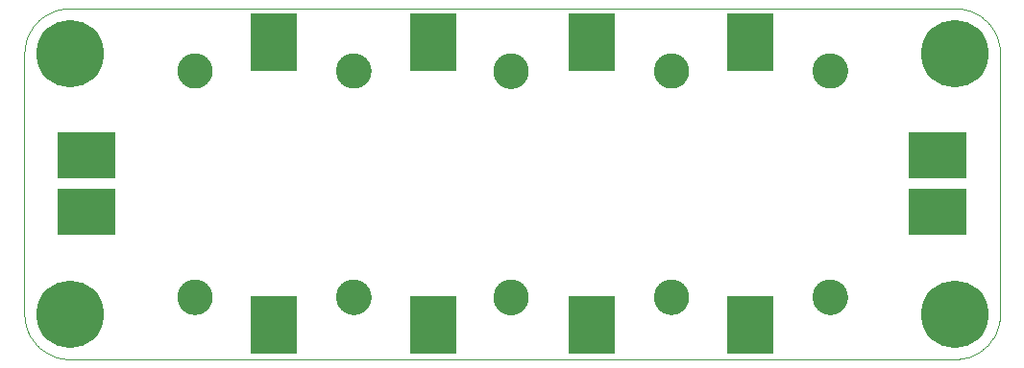
<source format=gbs>
G75*
%MOIN*%
%OFA0B0*%
%FSLAX25Y25*%
%IPPOS*%
%LPD*%
%AMOC8*
5,1,8,0,0,1.08239X$1,22.5*
%
%ADD10C,0.00000*%
%ADD11C,0.12211*%
%ADD12C,0.23400*%
%ADD13R,0.16148X0.20085*%
%ADD14R,0.20085X0.16148*%
D10*
X0024622Y0008874D02*
X0331709Y0008874D01*
X0332090Y0008879D01*
X0332470Y0008892D01*
X0332850Y0008915D01*
X0333229Y0008948D01*
X0333607Y0008989D01*
X0333984Y0009039D01*
X0334360Y0009099D01*
X0334735Y0009167D01*
X0335107Y0009245D01*
X0335478Y0009332D01*
X0335846Y0009427D01*
X0336212Y0009532D01*
X0336575Y0009645D01*
X0336936Y0009767D01*
X0337293Y0009897D01*
X0337647Y0010037D01*
X0337998Y0010184D01*
X0338345Y0010341D01*
X0338688Y0010505D01*
X0339027Y0010678D01*
X0339362Y0010859D01*
X0339693Y0011048D01*
X0340018Y0011245D01*
X0340339Y0011449D01*
X0340655Y0011662D01*
X0340965Y0011882D01*
X0341271Y0012109D01*
X0341570Y0012344D01*
X0341864Y0012586D01*
X0342152Y0012834D01*
X0342434Y0013090D01*
X0342709Y0013353D01*
X0342978Y0013622D01*
X0343241Y0013897D01*
X0343497Y0014179D01*
X0343745Y0014467D01*
X0343987Y0014761D01*
X0344222Y0015060D01*
X0344449Y0015366D01*
X0344669Y0015676D01*
X0344882Y0015992D01*
X0345086Y0016313D01*
X0345283Y0016638D01*
X0345472Y0016969D01*
X0345653Y0017304D01*
X0345826Y0017643D01*
X0345990Y0017986D01*
X0346147Y0018333D01*
X0346294Y0018684D01*
X0346434Y0019038D01*
X0346564Y0019395D01*
X0346686Y0019756D01*
X0346799Y0020119D01*
X0346904Y0020485D01*
X0346999Y0020853D01*
X0347086Y0021224D01*
X0347164Y0021596D01*
X0347232Y0021971D01*
X0347292Y0022347D01*
X0347342Y0022724D01*
X0347383Y0023102D01*
X0347416Y0023481D01*
X0347439Y0023861D01*
X0347452Y0024241D01*
X0347457Y0024622D01*
X0347457Y0115173D01*
X0347452Y0115554D01*
X0347439Y0115934D01*
X0347416Y0116314D01*
X0347383Y0116693D01*
X0347342Y0117071D01*
X0347292Y0117448D01*
X0347232Y0117824D01*
X0347164Y0118199D01*
X0347086Y0118571D01*
X0346999Y0118942D01*
X0346904Y0119310D01*
X0346799Y0119676D01*
X0346686Y0120039D01*
X0346564Y0120400D01*
X0346434Y0120757D01*
X0346294Y0121111D01*
X0346147Y0121462D01*
X0345990Y0121809D01*
X0345826Y0122152D01*
X0345653Y0122491D01*
X0345472Y0122826D01*
X0345283Y0123157D01*
X0345086Y0123482D01*
X0344882Y0123803D01*
X0344669Y0124119D01*
X0344449Y0124429D01*
X0344222Y0124735D01*
X0343987Y0125034D01*
X0343745Y0125328D01*
X0343497Y0125616D01*
X0343241Y0125898D01*
X0342978Y0126173D01*
X0342709Y0126442D01*
X0342434Y0126705D01*
X0342152Y0126961D01*
X0341864Y0127209D01*
X0341570Y0127451D01*
X0341271Y0127686D01*
X0340965Y0127913D01*
X0340655Y0128133D01*
X0340339Y0128346D01*
X0340018Y0128550D01*
X0339693Y0128747D01*
X0339362Y0128936D01*
X0339027Y0129117D01*
X0338688Y0129290D01*
X0338345Y0129454D01*
X0337998Y0129611D01*
X0337647Y0129758D01*
X0337293Y0129898D01*
X0336936Y0130028D01*
X0336575Y0130150D01*
X0336212Y0130263D01*
X0335846Y0130368D01*
X0335478Y0130463D01*
X0335107Y0130550D01*
X0334735Y0130628D01*
X0334360Y0130696D01*
X0333984Y0130756D01*
X0333607Y0130806D01*
X0333229Y0130847D01*
X0332850Y0130880D01*
X0332470Y0130903D01*
X0332090Y0130916D01*
X0331709Y0130921D01*
X0024622Y0130921D01*
X0024241Y0130916D01*
X0023861Y0130903D01*
X0023481Y0130880D01*
X0023102Y0130847D01*
X0022724Y0130806D01*
X0022347Y0130756D01*
X0021971Y0130696D01*
X0021596Y0130628D01*
X0021224Y0130550D01*
X0020853Y0130463D01*
X0020485Y0130368D01*
X0020119Y0130263D01*
X0019756Y0130150D01*
X0019395Y0130028D01*
X0019038Y0129898D01*
X0018684Y0129758D01*
X0018333Y0129611D01*
X0017986Y0129454D01*
X0017643Y0129290D01*
X0017304Y0129117D01*
X0016969Y0128936D01*
X0016638Y0128747D01*
X0016313Y0128550D01*
X0015992Y0128346D01*
X0015676Y0128133D01*
X0015366Y0127913D01*
X0015060Y0127686D01*
X0014761Y0127451D01*
X0014467Y0127209D01*
X0014179Y0126961D01*
X0013897Y0126705D01*
X0013622Y0126442D01*
X0013353Y0126173D01*
X0013090Y0125898D01*
X0012834Y0125616D01*
X0012586Y0125328D01*
X0012344Y0125034D01*
X0012109Y0124735D01*
X0011882Y0124429D01*
X0011662Y0124119D01*
X0011449Y0123803D01*
X0011245Y0123482D01*
X0011048Y0123157D01*
X0010859Y0122826D01*
X0010678Y0122491D01*
X0010505Y0122152D01*
X0010341Y0121809D01*
X0010184Y0121462D01*
X0010037Y0121111D01*
X0009897Y0120757D01*
X0009767Y0120400D01*
X0009645Y0120039D01*
X0009532Y0119676D01*
X0009427Y0119310D01*
X0009332Y0118942D01*
X0009245Y0118571D01*
X0009167Y0118199D01*
X0009099Y0117824D01*
X0009039Y0117448D01*
X0008989Y0117071D01*
X0008948Y0116693D01*
X0008915Y0116314D01*
X0008892Y0115934D01*
X0008879Y0115554D01*
X0008874Y0115173D01*
X0008874Y0024622D01*
X0008879Y0024241D01*
X0008892Y0023861D01*
X0008915Y0023481D01*
X0008948Y0023102D01*
X0008989Y0022724D01*
X0009039Y0022347D01*
X0009099Y0021971D01*
X0009167Y0021596D01*
X0009245Y0021224D01*
X0009332Y0020853D01*
X0009427Y0020485D01*
X0009532Y0020119D01*
X0009645Y0019756D01*
X0009767Y0019395D01*
X0009897Y0019038D01*
X0010037Y0018684D01*
X0010184Y0018333D01*
X0010341Y0017986D01*
X0010505Y0017643D01*
X0010678Y0017304D01*
X0010859Y0016969D01*
X0011048Y0016638D01*
X0011245Y0016313D01*
X0011449Y0015992D01*
X0011662Y0015676D01*
X0011882Y0015366D01*
X0012109Y0015060D01*
X0012344Y0014761D01*
X0012586Y0014467D01*
X0012834Y0014179D01*
X0013090Y0013897D01*
X0013353Y0013622D01*
X0013622Y0013353D01*
X0013897Y0013090D01*
X0014179Y0012834D01*
X0014467Y0012586D01*
X0014761Y0012344D01*
X0015060Y0012109D01*
X0015366Y0011882D01*
X0015676Y0011662D01*
X0015992Y0011449D01*
X0016313Y0011245D01*
X0016638Y0011048D01*
X0016969Y0010859D01*
X0017304Y0010678D01*
X0017643Y0010505D01*
X0017986Y0010341D01*
X0018333Y0010184D01*
X0018684Y0010037D01*
X0019038Y0009897D01*
X0019395Y0009767D01*
X0019756Y0009645D01*
X0020119Y0009532D01*
X0020485Y0009427D01*
X0020853Y0009332D01*
X0021224Y0009245D01*
X0021596Y0009167D01*
X0021971Y0009099D01*
X0022347Y0009039D01*
X0022724Y0008989D01*
X0023102Y0008948D01*
X0023481Y0008915D01*
X0023861Y0008892D01*
X0024241Y0008879D01*
X0024622Y0008874D01*
X0062023Y0030528D02*
X0062025Y0030681D01*
X0062031Y0030835D01*
X0062041Y0030988D01*
X0062055Y0031140D01*
X0062073Y0031293D01*
X0062095Y0031444D01*
X0062120Y0031595D01*
X0062150Y0031746D01*
X0062184Y0031896D01*
X0062221Y0032044D01*
X0062262Y0032192D01*
X0062307Y0032338D01*
X0062356Y0032484D01*
X0062409Y0032628D01*
X0062465Y0032770D01*
X0062525Y0032911D01*
X0062589Y0033051D01*
X0062656Y0033189D01*
X0062727Y0033325D01*
X0062802Y0033459D01*
X0062879Y0033591D01*
X0062961Y0033721D01*
X0063045Y0033849D01*
X0063133Y0033975D01*
X0063224Y0034098D01*
X0063318Y0034219D01*
X0063416Y0034337D01*
X0063516Y0034453D01*
X0063620Y0034566D01*
X0063726Y0034677D01*
X0063835Y0034785D01*
X0063947Y0034890D01*
X0064061Y0034991D01*
X0064179Y0035090D01*
X0064298Y0035186D01*
X0064420Y0035279D01*
X0064545Y0035368D01*
X0064672Y0035455D01*
X0064801Y0035537D01*
X0064932Y0035617D01*
X0065065Y0035693D01*
X0065200Y0035766D01*
X0065337Y0035835D01*
X0065476Y0035900D01*
X0065616Y0035962D01*
X0065758Y0036020D01*
X0065901Y0036075D01*
X0066046Y0036126D01*
X0066192Y0036173D01*
X0066339Y0036216D01*
X0066487Y0036255D01*
X0066636Y0036291D01*
X0066786Y0036322D01*
X0066937Y0036350D01*
X0067088Y0036374D01*
X0067241Y0036394D01*
X0067393Y0036410D01*
X0067546Y0036422D01*
X0067699Y0036430D01*
X0067852Y0036434D01*
X0068006Y0036434D01*
X0068159Y0036430D01*
X0068312Y0036422D01*
X0068465Y0036410D01*
X0068617Y0036394D01*
X0068770Y0036374D01*
X0068921Y0036350D01*
X0069072Y0036322D01*
X0069222Y0036291D01*
X0069371Y0036255D01*
X0069519Y0036216D01*
X0069666Y0036173D01*
X0069812Y0036126D01*
X0069957Y0036075D01*
X0070100Y0036020D01*
X0070242Y0035962D01*
X0070382Y0035900D01*
X0070521Y0035835D01*
X0070658Y0035766D01*
X0070793Y0035693D01*
X0070926Y0035617D01*
X0071057Y0035537D01*
X0071186Y0035455D01*
X0071313Y0035368D01*
X0071438Y0035279D01*
X0071560Y0035186D01*
X0071679Y0035090D01*
X0071797Y0034991D01*
X0071911Y0034890D01*
X0072023Y0034785D01*
X0072132Y0034677D01*
X0072238Y0034566D01*
X0072342Y0034453D01*
X0072442Y0034337D01*
X0072540Y0034219D01*
X0072634Y0034098D01*
X0072725Y0033975D01*
X0072813Y0033849D01*
X0072897Y0033721D01*
X0072979Y0033591D01*
X0073056Y0033459D01*
X0073131Y0033325D01*
X0073202Y0033189D01*
X0073269Y0033051D01*
X0073333Y0032911D01*
X0073393Y0032770D01*
X0073449Y0032628D01*
X0073502Y0032484D01*
X0073551Y0032338D01*
X0073596Y0032192D01*
X0073637Y0032044D01*
X0073674Y0031896D01*
X0073708Y0031746D01*
X0073738Y0031595D01*
X0073763Y0031444D01*
X0073785Y0031293D01*
X0073803Y0031140D01*
X0073817Y0030988D01*
X0073827Y0030835D01*
X0073833Y0030681D01*
X0073835Y0030528D01*
X0073833Y0030375D01*
X0073827Y0030221D01*
X0073817Y0030068D01*
X0073803Y0029916D01*
X0073785Y0029763D01*
X0073763Y0029612D01*
X0073738Y0029461D01*
X0073708Y0029310D01*
X0073674Y0029160D01*
X0073637Y0029012D01*
X0073596Y0028864D01*
X0073551Y0028718D01*
X0073502Y0028572D01*
X0073449Y0028428D01*
X0073393Y0028286D01*
X0073333Y0028145D01*
X0073269Y0028005D01*
X0073202Y0027867D01*
X0073131Y0027731D01*
X0073056Y0027597D01*
X0072979Y0027465D01*
X0072897Y0027335D01*
X0072813Y0027207D01*
X0072725Y0027081D01*
X0072634Y0026958D01*
X0072540Y0026837D01*
X0072442Y0026719D01*
X0072342Y0026603D01*
X0072238Y0026490D01*
X0072132Y0026379D01*
X0072023Y0026271D01*
X0071911Y0026166D01*
X0071797Y0026065D01*
X0071679Y0025966D01*
X0071560Y0025870D01*
X0071438Y0025777D01*
X0071313Y0025688D01*
X0071186Y0025601D01*
X0071057Y0025519D01*
X0070926Y0025439D01*
X0070793Y0025363D01*
X0070658Y0025290D01*
X0070521Y0025221D01*
X0070382Y0025156D01*
X0070242Y0025094D01*
X0070100Y0025036D01*
X0069957Y0024981D01*
X0069812Y0024930D01*
X0069666Y0024883D01*
X0069519Y0024840D01*
X0069371Y0024801D01*
X0069222Y0024765D01*
X0069072Y0024734D01*
X0068921Y0024706D01*
X0068770Y0024682D01*
X0068617Y0024662D01*
X0068465Y0024646D01*
X0068312Y0024634D01*
X0068159Y0024626D01*
X0068006Y0024622D01*
X0067852Y0024622D01*
X0067699Y0024626D01*
X0067546Y0024634D01*
X0067393Y0024646D01*
X0067241Y0024662D01*
X0067088Y0024682D01*
X0066937Y0024706D01*
X0066786Y0024734D01*
X0066636Y0024765D01*
X0066487Y0024801D01*
X0066339Y0024840D01*
X0066192Y0024883D01*
X0066046Y0024930D01*
X0065901Y0024981D01*
X0065758Y0025036D01*
X0065616Y0025094D01*
X0065476Y0025156D01*
X0065337Y0025221D01*
X0065200Y0025290D01*
X0065065Y0025363D01*
X0064932Y0025439D01*
X0064801Y0025519D01*
X0064672Y0025601D01*
X0064545Y0025688D01*
X0064420Y0025777D01*
X0064298Y0025870D01*
X0064179Y0025966D01*
X0064061Y0026065D01*
X0063947Y0026166D01*
X0063835Y0026271D01*
X0063726Y0026379D01*
X0063620Y0026490D01*
X0063516Y0026603D01*
X0063416Y0026719D01*
X0063318Y0026837D01*
X0063224Y0026958D01*
X0063133Y0027081D01*
X0063045Y0027207D01*
X0062961Y0027335D01*
X0062879Y0027465D01*
X0062802Y0027597D01*
X0062727Y0027731D01*
X0062656Y0027867D01*
X0062589Y0028005D01*
X0062525Y0028145D01*
X0062465Y0028286D01*
X0062409Y0028428D01*
X0062356Y0028572D01*
X0062307Y0028718D01*
X0062262Y0028864D01*
X0062221Y0029012D01*
X0062184Y0029160D01*
X0062150Y0029310D01*
X0062120Y0029461D01*
X0062095Y0029612D01*
X0062073Y0029763D01*
X0062055Y0029916D01*
X0062041Y0030068D01*
X0062031Y0030221D01*
X0062025Y0030375D01*
X0062023Y0030528D01*
X0117141Y0030528D02*
X0117143Y0030681D01*
X0117149Y0030835D01*
X0117159Y0030988D01*
X0117173Y0031140D01*
X0117191Y0031293D01*
X0117213Y0031444D01*
X0117238Y0031595D01*
X0117268Y0031746D01*
X0117302Y0031896D01*
X0117339Y0032044D01*
X0117380Y0032192D01*
X0117425Y0032338D01*
X0117474Y0032484D01*
X0117527Y0032628D01*
X0117583Y0032770D01*
X0117643Y0032911D01*
X0117707Y0033051D01*
X0117774Y0033189D01*
X0117845Y0033325D01*
X0117920Y0033459D01*
X0117997Y0033591D01*
X0118079Y0033721D01*
X0118163Y0033849D01*
X0118251Y0033975D01*
X0118342Y0034098D01*
X0118436Y0034219D01*
X0118534Y0034337D01*
X0118634Y0034453D01*
X0118738Y0034566D01*
X0118844Y0034677D01*
X0118953Y0034785D01*
X0119065Y0034890D01*
X0119179Y0034991D01*
X0119297Y0035090D01*
X0119416Y0035186D01*
X0119538Y0035279D01*
X0119663Y0035368D01*
X0119790Y0035455D01*
X0119919Y0035537D01*
X0120050Y0035617D01*
X0120183Y0035693D01*
X0120318Y0035766D01*
X0120455Y0035835D01*
X0120594Y0035900D01*
X0120734Y0035962D01*
X0120876Y0036020D01*
X0121019Y0036075D01*
X0121164Y0036126D01*
X0121310Y0036173D01*
X0121457Y0036216D01*
X0121605Y0036255D01*
X0121754Y0036291D01*
X0121904Y0036322D01*
X0122055Y0036350D01*
X0122206Y0036374D01*
X0122359Y0036394D01*
X0122511Y0036410D01*
X0122664Y0036422D01*
X0122817Y0036430D01*
X0122970Y0036434D01*
X0123124Y0036434D01*
X0123277Y0036430D01*
X0123430Y0036422D01*
X0123583Y0036410D01*
X0123735Y0036394D01*
X0123888Y0036374D01*
X0124039Y0036350D01*
X0124190Y0036322D01*
X0124340Y0036291D01*
X0124489Y0036255D01*
X0124637Y0036216D01*
X0124784Y0036173D01*
X0124930Y0036126D01*
X0125075Y0036075D01*
X0125218Y0036020D01*
X0125360Y0035962D01*
X0125500Y0035900D01*
X0125639Y0035835D01*
X0125776Y0035766D01*
X0125911Y0035693D01*
X0126044Y0035617D01*
X0126175Y0035537D01*
X0126304Y0035455D01*
X0126431Y0035368D01*
X0126556Y0035279D01*
X0126678Y0035186D01*
X0126797Y0035090D01*
X0126915Y0034991D01*
X0127029Y0034890D01*
X0127141Y0034785D01*
X0127250Y0034677D01*
X0127356Y0034566D01*
X0127460Y0034453D01*
X0127560Y0034337D01*
X0127658Y0034219D01*
X0127752Y0034098D01*
X0127843Y0033975D01*
X0127931Y0033849D01*
X0128015Y0033721D01*
X0128097Y0033591D01*
X0128174Y0033459D01*
X0128249Y0033325D01*
X0128320Y0033189D01*
X0128387Y0033051D01*
X0128451Y0032911D01*
X0128511Y0032770D01*
X0128567Y0032628D01*
X0128620Y0032484D01*
X0128669Y0032338D01*
X0128714Y0032192D01*
X0128755Y0032044D01*
X0128792Y0031896D01*
X0128826Y0031746D01*
X0128856Y0031595D01*
X0128881Y0031444D01*
X0128903Y0031293D01*
X0128921Y0031140D01*
X0128935Y0030988D01*
X0128945Y0030835D01*
X0128951Y0030681D01*
X0128953Y0030528D01*
X0128951Y0030375D01*
X0128945Y0030221D01*
X0128935Y0030068D01*
X0128921Y0029916D01*
X0128903Y0029763D01*
X0128881Y0029612D01*
X0128856Y0029461D01*
X0128826Y0029310D01*
X0128792Y0029160D01*
X0128755Y0029012D01*
X0128714Y0028864D01*
X0128669Y0028718D01*
X0128620Y0028572D01*
X0128567Y0028428D01*
X0128511Y0028286D01*
X0128451Y0028145D01*
X0128387Y0028005D01*
X0128320Y0027867D01*
X0128249Y0027731D01*
X0128174Y0027597D01*
X0128097Y0027465D01*
X0128015Y0027335D01*
X0127931Y0027207D01*
X0127843Y0027081D01*
X0127752Y0026958D01*
X0127658Y0026837D01*
X0127560Y0026719D01*
X0127460Y0026603D01*
X0127356Y0026490D01*
X0127250Y0026379D01*
X0127141Y0026271D01*
X0127029Y0026166D01*
X0126915Y0026065D01*
X0126797Y0025966D01*
X0126678Y0025870D01*
X0126556Y0025777D01*
X0126431Y0025688D01*
X0126304Y0025601D01*
X0126175Y0025519D01*
X0126044Y0025439D01*
X0125911Y0025363D01*
X0125776Y0025290D01*
X0125639Y0025221D01*
X0125500Y0025156D01*
X0125360Y0025094D01*
X0125218Y0025036D01*
X0125075Y0024981D01*
X0124930Y0024930D01*
X0124784Y0024883D01*
X0124637Y0024840D01*
X0124489Y0024801D01*
X0124340Y0024765D01*
X0124190Y0024734D01*
X0124039Y0024706D01*
X0123888Y0024682D01*
X0123735Y0024662D01*
X0123583Y0024646D01*
X0123430Y0024634D01*
X0123277Y0024626D01*
X0123124Y0024622D01*
X0122970Y0024622D01*
X0122817Y0024626D01*
X0122664Y0024634D01*
X0122511Y0024646D01*
X0122359Y0024662D01*
X0122206Y0024682D01*
X0122055Y0024706D01*
X0121904Y0024734D01*
X0121754Y0024765D01*
X0121605Y0024801D01*
X0121457Y0024840D01*
X0121310Y0024883D01*
X0121164Y0024930D01*
X0121019Y0024981D01*
X0120876Y0025036D01*
X0120734Y0025094D01*
X0120594Y0025156D01*
X0120455Y0025221D01*
X0120318Y0025290D01*
X0120183Y0025363D01*
X0120050Y0025439D01*
X0119919Y0025519D01*
X0119790Y0025601D01*
X0119663Y0025688D01*
X0119538Y0025777D01*
X0119416Y0025870D01*
X0119297Y0025966D01*
X0119179Y0026065D01*
X0119065Y0026166D01*
X0118953Y0026271D01*
X0118844Y0026379D01*
X0118738Y0026490D01*
X0118634Y0026603D01*
X0118534Y0026719D01*
X0118436Y0026837D01*
X0118342Y0026958D01*
X0118251Y0027081D01*
X0118163Y0027207D01*
X0118079Y0027335D01*
X0117997Y0027465D01*
X0117920Y0027597D01*
X0117845Y0027731D01*
X0117774Y0027867D01*
X0117707Y0028005D01*
X0117643Y0028145D01*
X0117583Y0028286D01*
X0117527Y0028428D01*
X0117474Y0028572D01*
X0117425Y0028718D01*
X0117380Y0028864D01*
X0117339Y0029012D01*
X0117302Y0029160D01*
X0117268Y0029310D01*
X0117238Y0029461D01*
X0117213Y0029612D01*
X0117191Y0029763D01*
X0117173Y0029916D01*
X0117159Y0030068D01*
X0117149Y0030221D01*
X0117143Y0030375D01*
X0117141Y0030528D01*
X0171669Y0030409D02*
X0171671Y0030562D01*
X0171677Y0030716D01*
X0171687Y0030869D01*
X0171701Y0031021D01*
X0171719Y0031174D01*
X0171741Y0031325D01*
X0171766Y0031476D01*
X0171796Y0031627D01*
X0171830Y0031777D01*
X0171867Y0031925D01*
X0171908Y0032073D01*
X0171953Y0032219D01*
X0172002Y0032365D01*
X0172055Y0032509D01*
X0172111Y0032651D01*
X0172171Y0032792D01*
X0172235Y0032932D01*
X0172302Y0033070D01*
X0172373Y0033206D01*
X0172448Y0033340D01*
X0172525Y0033472D01*
X0172607Y0033602D01*
X0172691Y0033730D01*
X0172779Y0033856D01*
X0172870Y0033979D01*
X0172964Y0034100D01*
X0173062Y0034218D01*
X0173162Y0034334D01*
X0173266Y0034447D01*
X0173372Y0034558D01*
X0173481Y0034666D01*
X0173593Y0034771D01*
X0173707Y0034872D01*
X0173825Y0034971D01*
X0173944Y0035067D01*
X0174066Y0035160D01*
X0174191Y0035249D01*
X0174318Y0035336D01*
X0174447Y0035418D01*
X0174578Y0035498D01*
X0174711Y0035574D01*
X0174846Y0035647D01*
X0174983Y0035716D01*
X0175122Y0035781D01*
X0175262Y0035843D01*
X0175404Y0035901D01*
X0175547Y0035956D01*
X0175692Y0036007D01*
X0175838Y0036054D01*
X0175985Y0036097D01*
X0176133Y0036136D01*
X0176282Y0036172D01*
X0176432Y0036203D01*
X0176583Y0036231D01*
X0176734Y0036255D01*
X0176887Y0036275D01*
X0177039Y0036291D01*
X0177192Y0036303D01*
X0177345Y0036311D01*
X0177498Y0036315D01*
X0177652Y0036315D01*
X0177805Y0036311D01*
X0177958Y0036303D01*
X0178111Y0036291D01*
X0178263Y0036275D01*
X0178416Y0036255D01*
X0178567Y0036231D01*
X0178718Y0036203D01*
X0178868Y0036172D01*
X0179017Y0036136D01*
X0179165Y0036097D01*
X0179312Y0036054D01*
X0179458Y0036007D01*
X0179603Y0035956D01*
X0179746Y0035901D01*
X0179888Y0035843D01*
X0180028Y0035781D01*
X0180167Y0035716D01*
X0180304Y0035647D01*
X0180439Y0035574D01*
X0180572Y0035498D01*
X0180703Y0035418D01*
X0180832Y0035336D01*
X0180959Y0035249D01*
X0181084Y0035160D01*
X0181206Y0035067D01*
X0181325Y0034971D01*
X0181443Y0034872D01*
X0181557Y0034771D01*
X0181669Y0034666D01*
X0181778Y0034558D01*
X0181884Y0034447D01*
X0181988Y0034334D01*
X0182088Y0034218D01*
X0182186Y0034100D01*
X0182280Y0033979D01*
X0182371Y0033856D01*
X0182459Y0033730D01*
X0182543Y0033602D01*
X0182625Y0033472D01*
X0182702Y0033340D01*
X0182777Y0033206D01*
X0182848Y0033070D01*
X0182915Y0032932D01*
X0182979Y0032792D01*
X0183039Y0032651D01*
X0183095Y0032509D01*
X0183148Y0032365D01*
X0183197Y0032219D01*
X0183242Y0032073D01*
X0183283Y0031925D01*
X0183320Y0031777D01*
X0183354Y0031627D01*
X0183384Y0031476D01*
X0183409Y0031325D01*
X0183431Y0031174D01*
X0183449Y0031021D01*
X0183463Y0030869D01*
X0183473Y0030716D01*
X0183479Y0030562D01*
X0183481Y0030409D01*
X0183479Y0030256D01*
X0183473Y0030102D01*
X0183463Y0029949D01*
X0183449Y0029797D01*
X0183431Y0029644D01*
X0183409Y0029493D01*
X0183384Y0029342D01*
X0183354Y0029191D01*
X0183320Y0029041D01*
X0183283Y0028893D01*
X0183242Y0028745D01*
X0183197Y0028599D01*
X0183148Y0028453D01*
X0183095Y0028309D01*
X0183039Y0028167D01*
X0182979Y0028026D01*
X0182915Y0027886D01*
X0182848Y0027748D01*
X0182777Y0027612D01*
X0182702Y0027478D01*
X0182625Y0027346D01*
X0182543Y0027216D01*
X0182459Y0027088D01*
X0182371Y0026962D01*
X0182280Y0026839D01*
X0182186Y0026718D01*
X0182088Y0026600D01*
X0181988Y0026484D01*
X0181884Y0026371D01*
X0181778Y0026260D01*
X0181669Y0026152D01*
X0181557Y0026047D01*
X0181443Y0025946D01*
X0181325Y0025847D01*
X0181206Y0025751D01*
X0181084Y0025658D01*
X0180959Y0025569D01*
X0180832Y0025482D01*
X0180703Y0025400D01*
X0180572Y0025320D01*
X0180439Y0025244D01*
X0180304Y0025171D01*
X0180167Y0025102D01*
X0180028Y0025037D01*
X0179888Y0024975D01*
X0179746Y0024917D01*
X0179603Y0024862D01*
X0179458Y0024811D01*
X0179312Y0024764D01*
X0179165Y0024721D01*
X0179017Y0024682D01*
X0178868Y0024646D01*
X0178718Y0024615D01*
X0178567Y0024587D01*
X0178416Y0024563D01*
X0178263Y0024543D01*
X0178111Y0024527D01*
X0177958Y0024515D01*
X0177805Y0024507D01*
X0177652Y0024503D01*
X0177498Y0024503D01*
X0177345Y0024507D01*
X0177192Y0024515D01*
X0177039Y0024527D01*
X0176887Y0024543D01*
X0176734Y0024563D01*
X0176583Y0024587D01*
X0176432Y0024615D01*
X0176282Y0024646D01*
X0176133Y0024682D01*
X0175985Y0024721D01*
X0175838Y0024764D01*
X0175692Y0024811D01*
X0175547Y0024862D01*
X0175404Y0024917D01*
X0175262Y0024975D01*
X0175122Y0025037D01*
X0174983Y0025102D01*
X0174846Y0025171D01*
X0174711Y0025244D01*
X0174578Y0025320D01*
X0174447Y0025400D01*
X0174318Y0025482D01*
X0174191Y0025569D01*
X0174066Y0025658D01*
X0173944Y0025751D01*
X0173825Y0025847D01*
X0173707Y0025946D01*
X0173593Y0026047D01*
X0173481Y0026152D01*
X0173372Y0026260D01*
X0173266Y0026371D01*
X0173162Y0026484D01*
X0173062Y0026600D01*
X0172964Y0026718D01*
X0172870Y0026839D01*
X0172779Y0026962D01*
X0172691Y0027088D01*
X0172607Y0027216D01*
X0172525Y0027346D01*
X0172448Y0027478D01*
X0172373Y0027612D01*
X0172302Y0027748D01*
X0172235Y0027886D01*
X0172171Y0028026D01*
X0172111Y0028167D01*
X0172055Y0028309D01*
X0172002Y0028453D01*
X0171953Y0028599D01*
X0171908Y0028745D01*
X0171867Y0028893D01*
X0171830Y0029041D01*
X0171796Y0029191D01*
X0171766Y0029342D01*
X0171741Y0029493D01*
X0171719Y0029644D01*
X0171701Y0029797D01*
X0171687Y0029949D01*
X0171677Y0030102D01*
X0171671Y0030256D01*
X0171669Y0030409D01*
X0227377Y0030528D02*
X0227379Y0030681D01*
X0227385Y0030835D01*
X0227395Y0030988D01*
X0227409Y0031140D01*
X0227427Y0031293D01*
X0227449Y0031444D01*
X0227474Y0031595D01*
X0227504Y0031746D01*
X0227538Y0031896D01*
X0227575Y0032044D01*
X0227616Y0032192D01*
X0227661Y0032338D01*
X0227710Y0032484D01*
X0227763Y0032628D01*
X0227819Y0032770D01*
X0227879Y0032911D01*
X0227943Y0033051D01*
X0228010Y0033189D01*
X0228081Y0033325D01*
X0228156Y0033459D01*
X0228233Y0033591D01*
X0228315Y0033721D01*
X0228399Y0033849D01*
X0228487Y0033975D01*
X0228578Y0034098D01*
X0228672Y0034219D01*
X0228770Y0034337D01*
X0228870Y0034453D01*
X0228974Y0034566D01*
X0229080Y0034677D01*
X0229189Y0034785D01*
X0229301Y0034890D01*
X0229415Y0034991D01*
X0229533Y0035090D01*
X0229652Y0035186D01*
X0229774Y0035279D01*
X0229899Y0035368D01*
X0230026Y0035455D01*
X0230155Y0035537D01*
X0230286Y0035617D01*
X0230419Y0035693D01*
X0230554Y0035766D01*
X0230691Y0035835D01*
X0230830Y0035900D01*
X0230970Y0035962D01*
X0231112Y0036020D01*
X0231255Y0036075D01*
X0231400Y0036126D01*
X0231546Y0036173D01*
X0231693Y0036216D01*
X0231841Y0036255D01*
X0231990Y0036291D01*
X0232140Y0036322D01*
X0232291Y0036350D01*
X0232442Y0036374D01*
X0232595Y0036394D01*
X0232747Y0036410D01*
X0232900Y0036422D01*
X0233053Y0036430D01*
X0233206Y0036434D01*
X0233360Y0036434D01*
X0233513Y0036430D01*
X0233666Y0036422D01*
X0233819Y0036410D01*
X0233971Y0036394D01*
X0234124Y0036374D01*
X0234275Y0036350D01*
X0234426Y0036322D01*
X0234576Y0036291D01*
X0234725Y0036255D01*
X0234873Y0036216D01*
X0235020Y0036173D01*
X0235166Y0036126D01*
X0235311Y0036075D01*
X0235454Y0036020D01*
X0235596Y0035962D01*
X0235736Y0035900D01*
X0235875Y0035835D01*
X0236012Y0035766D01*
X0236147Y0035693D01*
X0236280Y0035617D01*
X0236411Y0035537D01*
X0236540Y0035455D01*
X0236667Y0035368D01*
X0236792Y0035279D01*
X0236914Y0035186D01*
X0237033Y0035090D01*
X0237151Y0034991D01*
X0237265Y0034890D01*
X0237377Y0034785D01*
X0237486Y0034677D01*
X0237592Y0034566D01*
X0237696Y0034453D01*
X0237796Y0034337D01*
X0237894Y0034219D01*
X0237988Y0034098D01*
X0238079Y0033975D01*
X0238167Y0033849D01*
X0238251Y0033721D01*
X0238333Y0033591D01*
X0238410Y0033459D01*
X0238485Y0033325D01*
X0238556Y0033189D01*
X0238623Y0033051D01*
X0238687Y0032911D01*
X0238747Y0032770D01*
X0238803Y0032628D01*
X0238856Y0032484D01*
X0238905Y0032338D01*
X0238950Y0032192D01*
X0238991Y0032044D01*
X0239028Y0031896D01*
X0239062Y0031746D01*
X0239092Y0031595D01*
X0239117Y0031444D01*
X0239139Y0031293D01*
X0239157Y0031140D01*
X0239171Y0030988D01*
X0239181Y0030835D01*
X0239187Y0030681D01*
X0239189Y0030528D01*
X0239187Y0030375D01*
X0239181Y0030221D01*
X0239171Y0030068D01*
X0239157Y0029916D01*
X0239139Y0029763D01*
X0239117Y0029612D01*
X0239092Y0029461D01*
X0239062Y0029310D01*
X0239028Y0029160D01*
X0238991Y0029012D01*
X0238950Y0028864D01*
X0238905Y0028718D01*
X0238856Y0028572D01*
X0238803Y0028428D01*
X0238747Y0028286D01*
X0238687Y0028145D01*
X0238623Y0028005D01*
X0238556Y0027867D01*
X0238485Y0027731D01*
X0238410Y0027597D01*
X0238333Y0027465D01*
X0238251Y0027335D01*
X0238167Y0027207D01*
X0238079Y0027081D01*
X0237988Y0026958D01*
X0237894Y0026837D01*
X0237796Y0026719D01*
X0237696Y0026603D01*
X0237592Y0026490D01*
X0237486Y0026379D01*
X0237377Y0026271D01*
X0237265Y0026166D01*
X0237151Y0026065D01*
X0237033Y0025966D01*
X0236914Y0025870D01*
X0236792Y0025777D01*
X0236667Y0025688D01*
X0236540Y0025601D01*
X0236411Y0025519D01*
X0236280Y0025439D01*
X0236147Y0025363D01*
X0236012Y0025290D01*
X0235875Y0025221D01*
X0235736Y0025156D01*
X0235596Y0025094D01*
X0235454Y0025036D01*
X0235311Y0024981D01*
X0235166Y0024930D01*
X0235020Y0024883D01*
X0234873Y0024840D01*
X0234725Y0024801D01*
X0234576Y0024765D01*
X0234426Y0024734D01*
X0234275Y0024706D01*
X0234124Y0024682D01*
X0233971Y0024662D01*
X0233819Y0024646D01*
X0233666Y0024634D01*
X0233513Y0024626D01*
X0233360Y0024622D01*
X0233206Y0024622D01*
X0233053Y0024626D01*
X0232900Y0024634D01*
X0232747Y0024646D01*
X0232595Y0024662D01*
X0232442Y0024682D01*
X0232291Y0024706D01*
X0232140Y0024734D01*
X0231990Y0024765D01*
X0231841Y0024801D01*
X0231693Y0024840D01*
X0231546Y0024883D01*
X0231400Y0024930D01*
X0231255Y0024981D01*
X0231112Y0025036D01*
X0230970Y0025094D01*
X0230830Y0025156D01*
X0230691Y0025221D01*
X0230554Y0025290D01*
X0230419Y0025363D01*
X0230286Y0025439D01*
X0230155Y0025519D01*
X0230026Y0025601D01*
X0229899Y0025688D01*
X0229774Y0025777D01*
X0229652Y0025870D01*
X0229533Y0025966D01*
X0229415Y0026065D01*
X0229301Y0026166D01*
X0229189Y0026271D01*
X0229080Y0026379D01*
X0228974Y0026490D01*
X0228870Y0026603D01*
X0228770Y0026719D01*
X0228672Y0026837D01*
X0228578Y0026958D01*
X0228487Y0027081D01*
X0228399Y0027207D01*
X0228315Y0027335D01*
X0228233Y0027465D01*
X0228156Y0027597D01*
X0228081Y0027731D01*
X0228010Y0027867D01*
X0227943Y0028005D01*
X0227879Y0028145D01*
X0227819Y0028286D01*
X0227763Y0028428D01*
X0227710Y0028572D01*
X0227661Y0028718D01*
X0227616Y0028864D01*
X0227575Y0029012D01*
X0227538Y0029160D01*
X0227504Y0029310D01*
X0227474Y0029461D01*
X0227449Y0029612D01*
X0227427Y0029763D01*
X0227409Y0029916D01*
X0227395Y0030068D01*
X0227385Y0030221D01*
X0227379Y0030375D01*
X0227377Y0030528D01*
X0282496Y0030528D02*
X0282498Y0030681D01*
X0282504Y0030835D01*
X0282514Y0030988D01*
X0282528Y0031140D01*
X0282546Y0031293D01*
X0282568Y0031444D01*
X0282593Y0031595D01*
X0282623Y0031746D01*
X0282657Y0031896D01*
X0282694Y0032044D01*
X0282735Y0032192D01*
X0282780Y0032338D01*
X0282829Y0032484D01*
X0282882Y0032628D01*
X0282938Y0032770D01*
X0282998Y0032911D01*
X0283062Y0033051D01*
X0283129Y0033189D01*
X0283200Y0033325D01*
X0283275Y0033459D01*
X0283352Y0033591D01*
X0283434Y0033721D01*
X0283518Y0033849D01*
X0283606Y0033975D01*
X0283697Y0034098D01*
X0283791Y0034219D01*
X0283889Y0034337D01*
X0283989Y0034453D01*
X0284093Y0034566D01*
X0284199Y0034677D01*
X0284308Y0034785D01*
X0284420Y0034890D01*
X0284534Y0034991D01*
X0284652Y0035090D01*
X0284771Y0035186D01*
X0284893Y0035279D01*
X0285018Y0035368D01*
X0285145Y0035455D01*
X0285274Y0035537D01*
X0285405Y0035617D01*
X0285538Y0035693D01*
X0285673Y0035766D01*
X0285810Y0035835D01*
X0285949Y0035900D01*
X0286089Y0035962D01*
X0286231Y0036020D01*
X0286374Y0036075D01*
X0286519Y0036126D01*
X0286665Y0036173D01*
X0286812Y0036216D01*
X0286960Y0036255D01*
X0287109Y0036291D01*
X0287259Y0036322D01*
X0287410Y0036350D01*
X0287561Y0036374D01*
X0287714Y0036394D01*
X0287866Y0036410D01*
X0288019Y0036422D01*
X0288172Y0036430D01*
X0288325Y0036434D01*
X0288479Y0036434D01*
X0288632Y0036430D01*
X0288785Y0036422D01*
X0288938Y0036410D01*
X0289090Y0036394D01*
X0289243Y0036374D01*
X0289394Y0036350D01*
X0289545Y0036322D01*
X0289695Y0036291D01*
X0289844Y0036255D01*
X0289992Y0036216D01*
X0290139Y0036173D01*
X0290285Y0036126D01*
X0290430Y0036075D01*
X0290573Y0036020D01*
X0290715Y0035962D01*
X0290855Y0035900D01*
X0290994Y0035835D01*
X0291131Y0035766D01*
X0291266Y0035693D01*
X0291399Y0035617D01*
X0291530Y0035537D01*
X0291659Y0035455D01*
X0291786Y0035368D01*
X0291911Y0035279D01*
X0292033Y0035186D01*
X0292152Y0035090D01*
X0292270Y0034991D01*
X0292384Y0034890D01*
X0292496Y0034785D01*
X0292605Y0034677D01*
X0292711Y0034566D01*
X0292815Y0034453D01*
X0292915Y0034337D01*
X0293013Y0034219D01*
X0293107Y0034098D01*
X0293198Y0033975D01*
X0293286Y0033849D01*
X0293370Y0033721D01*
X0293452Y0033591D01*
X0293529Y0033459D01*
X0293604Y0033325D01*
X0293675Y0033189D01*
X0293742Y0033051D01*
X0293806Y0032911D01*
X0293866Y0032770D01*
X0293922Y0032628D01*
X0293975Y0032484D01*
X0294024Y0032338D01*
X0294069Y0032192D01*
X0294110Y0032044D01*
X0294147Y0031896D01*
X0294181Y0031746D01*
X0294211Y0031595D01*
X0294236Y0031444D01*
X0294258Y0031293D01*
X0294276Y0031140D01*
X0294290Y0030988D01*
X0294300Y0030835D01*
X0294306Y0030681D01*
X0294308Y0030528D01*
X0294306Y0030375D01*
X0294300Y0030221D01*
X0294290Y0030068D01*
X0294276Y0029916D01*
X0294258Y0029763D01*
X0294236Y0029612D01*
X0294211Y0029461D01*
X0294181Y0029310D01*
X0294147Y0029160D01*
X0294110Y0029012D01*
X0294069Y0028864D01*
X0294024Y0028718D01*
X0293975Y0028572D01*
X0293922Y0028428D01*
X0293866Y0028286D01*
X0293806Y0028145D01*
X0293742Y0028005D01*
X0293675Y0027867D01*
X0293604Y0027731D01*
X0293529Y0027597D01*
X0293452Y0027465D01*
X0293370Y0027335D01*
X0293286Y0027207D01*
X0293198Y0027081D01*
X0293107Y0026958D01*
X0293013Y0026837D01*
X0292915Y0026719D01*
X0292815Y0026603D01*
X0292711Y0026490D01*
X0292605Y0026379D01*
X0292496Y0026271D01*
X0292384Y0026166D01*
X0292270Y0026065D01*
X0292152Y0025966D01*
X0292033Y0025870D01*
X0291911Y0025777D01*
X0291786Y0025688D01*
X0291659Y0025601D01*
X0291530Y0025519D01*
X0291399Y0025439D01*
X0291266Y0025363D01*
X0291131Y0025290D01*
X0290994Y0025221D01*
X0290855Y0025156D01*
X0290715Y0025094D01*
X0290573Y0025036D01*
X0290430Y0024981D01*
X0290285Y0024930D01*
X0290139Y0024883D01*
X0289992Y0024840D01*
X0289844Y0024801D01*
X0289695Y0024765D01*
X0289545Y0024734D01*
X0289394Y0024706D01*
X0289243Y0024682D01*
X0289090Y0024662D01*
X0288938Y0024646D01*
X0288785Y0024634D01*
X0288632Y0024626D01*
X0288479Y0024622D01*
X0288325Y0024622D01*
X0288172Y0024626D01*
X0288019Y0024634D01*
X0287866Y0024646D01*
X0287714Y0024662D01*
X0287561Y0024682D01*
X0287410Y0024706D01*
X0287259Y0024734D01*
X0287109Y0024765D01*
X0286960Y0024801D01*
X0286812Y0024840D01*
X0286665Y0024883D01*
X0286519Y0024930D01*
X0286374Y0024981D01*
X0286231Y0025036D01*
X0286089Y0025094D01*
X0285949Y0025156D01*
X0285810Y0025221D01*
X0285673Y0025290D01*
X0285538Y0025363D01*
X0285405Y0025439D01*
X0285274Y0025519D01*
X0285145Y0025601D01*
X0285018Y0025688D01*
X0284893Y0025777D01*
X0284771Y0025870D01*
X0284652Y0025966D01*
X0284534Y0026065D01*
X0284420Y0026166D01*
X0284308Y0026271D01*
X0284199Y0026379D01*
X0284093Y0026490D01*
X0283989Y0026603D01*
X0283889Y0026719D01*
X0283791Y0026837D01*
X0283697Y0026958D01*
X0283606Y0027081D01*
X0283518Y0027207D01*
X0283434Y0027335D01*
X0283352Y0027465D01*
X0283275Y0027597D01*
X0283200Y0027731D01*
X0283129Y0027867D01*
X0283062Y0028005D01*
X0282998Y0028145D01*
X0282938Y0028286D01*
X0282882Y0028428D01*
X0282829Y0028572D01*
X0282780Y0028718D01*
X0282735Y0028864D01*
X0282694Y0029012D01*
X0282657Y0029160D01*
X0282623Y0029310D01*
X0282593Y0029461D01*
X0282568Y0029612D01*
X0282546Y0029763D01*
X0282528Y0029916D01*
X0282514Y0030068D01*
X0282504Y0030221D01*
X0282498Y0030375D01*
X0282496Y0030528D01*
X0282496Y0109268D02*
X0282498Y0109421D01*
X0282504Y0109575D01*
X0282514Y0109728D01*
X0282528Y0109880D01*
X0282546Y0110033D01*
X0282568Y0110184D01*
X0282593Y0110335D01*
X0282623Y0110486D01*
X0282657Y0110636D01*
X0282694Y0110784D01*
X0282735Y0110932D01*
X0282780Y0111078D01*
X0282829Y0111224D01*
X0282882Y0111368D01*
X0282938Y0111510D01*
X0282998Y0111651D01*
X0283062Y0111791D01*
X0283129Y0111929D01*
X0283200Y0112065D01*
X0283275Y0112199D01*
X0283352Y0112331D01*
X0283434Y0112461D01*
X0283518Y0112589D01*
X0283606Y0112715D01*
X0283697Y0112838D01*
X0283791Y0112959D01*
X0283889Y0113077D01*
X0283989Y0113193D01*
X0284093Y0113306D01*
X0284199Y0113417D01*
X0284308Y0113525D01*
X0284420Y0113630D01*
X0284534Y0113731D01*
X0284652Y0113830D01*
X0284771Y0113926D01*
X0284893Y0114019D01*
X0285018Y0114108D01*
X0285145Y0114195D01*
X0285274Y0114277D01*
X0285405Y0114357D01*
X0285538Y0114433D01*
X0285673Y0114506D01*
X0285810Y0114575D01*
X0285949Y0114640D01*
X0286089Y0114702D01*
X0286231Y0114760D01*
X0286374Y0114815D01*
X0286519Y0114866D01*
X0286665Y0114913D01*
X0286812Y0114956D01*
X0286960Y0114995D01*
X0287109Y0115031D01*
X0287259Y0115062D01*
X0287410Y0115090D01*
X0287561Y0115114D01*
X0287714Y0115134D01*
X0287866Y0115150D01*
X0288019Y0115162D01*
X0288172Y0115170D01*
X0288325Y0115174D01*
X0288479Y0115174D01*
X0288632Y0115170D01*
X0288785Y0115162D01*
X0288938Y0115150D01*
X0289090Y0115134D01*
X0289243Y0115114D01*
X0289394Y0115090D01*
X0289545Y0115062D01*
X0289695Y0115031D01*
X0289844Y0114995D01*
X0289992Y0114956D01*
X0290139Y0114913D01*
X0290285Y0114866D01*
X0290430Y0114815D01*
X0290573Y0114760D01*
X0290715Y0114702D01*
X0290855Y0114640D01*
X0290994Y0114575D01*
X0291131Y0114506D01*
X0291266Y0114433D01*
X0291399Y0114357D01*
X0291530Y0114277D01*
X0291659Y0114195D01*
X0291786Y0114108D01*
X0291911Y0114019D01*
X0292033Y0113926D01*
X0292152Y0113830D01*
X0292270Y0113731D01*
X0292384Y0113630D01*
X0292496Y0113525D01*
X0292605Y0113417D01*
X0292711Y0113306D01*
X0292815Y0113193D01*
X0292915Y0113077D01*
X0293013Y0112959D01*
X0293107Y0112838D01*
X0293198Y0112715D01*
X0293286Y0112589D01*
X0293370Y0112461D01*
X0293452Y0112331D01*
X0293529Y0112199D01*
X0293604Y0112065D01*
X0293675Y0111929D01*
X0293742Y0111791D01*
X0293806Y0111651D01*
X0293866Y0111510D01*
X0293922Y0111368D01*
X0293975Y0111224D01*
X0294024Y0111078D01*
X0294069Y0110932D01*
X0294110Y0110784D01*
X0294147Y0110636D01*
X0294181Y0110486D01*
X0294211Y0110335D01*
X0294236Y0110184D01*
X0294258Y0110033D01*
X0294276Y0109880D01*
X0294290Y0109728D01*
X0294300Y0109575D01*
X0294306Y0109421D01*
X0294308Y0109268D01*
X0294306Y0109115D01*
X0294300Y0108961D01*
X0294290Y0108808D01*
X0294276Y0108656D01*
X0294258Y0108503D01*
X0294236Y0108352D01*
X0294211Y0108201D01*
X0294181Y0108050D01*
X0294147Y0107900D01*
X0294110Y0107752D01*
X0294069Y0107604D01*
X0294024Y0107458D01*
X0293975Y0107312D01*
X0293922Y0107168D01*
X0293866Y0107026D01*
X0293806Y0106885D01*
X0293742Y0106745D01*
X0293675Y0106607D01*
X0293604Y0106471D01*
X0293529Y0106337D01*
X0293452Y0106205D01*
X0293370Y0106075D01*
X0293286Y0105947D01*
X0293198Y0105821D01*
X0293107Y0105698D01*
X0293013Y0105577D01*
X0292915Y0105459D01*
X0292815Y0105343D01*
X0292711Y0105230D01*
X0292605Y0105119D01*
X0292496Y0105011D01*
X0292384Y0104906D01*
X0292270Y0104805D01*
X0292152Y0104706D01*
X0292033Y0104610D01*
X0291911Y0104517D01*
X0291786Y0104428D01*
X0291659Y0104341D01*
X0291530Y0104259D01*
X0291399Y0104179D01*
X0291266Y0104103D01*
X0291131Y0104030D01*
X0290994Y0103961D01*
X0290855Y0103896D01*
X0290715Y0103834D01*
X0290573Y0103776D01*
X0290430Y0103721D01*
X0290285Y0103670D01*
X0290139Y0103623D01*
X0289992Y0103580D01*
X0289844Y0103541D01*
X0289695Y0103505D01*
X0289545Y0103474D01*
X0289394Y0103446D01*
X0289243Y0103422D01*
X0289090Y0103402D01*
X0288938Y0103386D01*
X0288785Y0103374D01*
X0288632Y0103366D01*
X0288479Y0103362D01*
X0288325Y0103362D01*
X0288172Y0103366D01*
X0288019Y0103374D01*
X0287866Y0103386D01*
X0287714Y0103402D01*
X0287561Y0103422D01*
X0287410Y0103446D01*
X0287259Y0103474D01*
X0287109Y0103505D01*
X0286960Y0103541D01*
X0286812Y0103580D01*
X0286665Y0103623D01*
X0286519Y0103670D01*
X0286374Y0103721D01*
X0286231Y0103776D01*
X0286089Y0103834D01*
X0285949Y0103896D01*
X0285810Y0103961D01*
X0285673Y0104030D01*
X0285538Y0104103D01*
X0285405Y0104179D01*
X0285274Y0104259D01*
X0285145Y0104341D01*
X0285018Y0104428D01*
X0284893Y0104517D01*
X0284771Y0104610D01*
X0284652Y0104706D01*
X0284534Y0104805D01*
X0284420Y0104906D01*
X0284308Y0105011D01*
X0284199Y0105119D01*
X0284093Y0105230D01*
X0283989Y0105343D01*
X0283889Y0105459D01*
X0283791Y0105577D01*
X0283697Y0105698D01*
X0283606Y0105821D01*
X0283518Y0105947D01*
X0283434Y0106075D01*
X0283352Y0106205D01*
X0283275Y0106337D01*
X0283200Y0106471D01*
X0283129Y0106607D01*
X0283062Y0106745D01*
X0282998Y0106885D01*
X0282938Y0107026D01*
X0282882Y0107168D01*
X0282829Y0107312D01*
X0282780Y0107458D01*
X0282735Y0107604D01*
X0282694Y0107752D01*
X0282657Y0107900D01*
X0282623Y0108050D01*
X0282593Y0108201D01*
X0282568Y0108352D01*
X0282546Y0108503D01*
X0282528Y0108656D01*
X0282514Y0108808D01*
X0282504Y0108961D01*
X0282498Y0109115D01*
X0282496Y0109268D01*
X0227377Y0109268D02*
X0227379Y0109421D01*
X0227385Y0109575D01*
X0227395Y0109728D01*
X0227409Y0109880D01*
X0227427Y0110033D01*
X0227449Y0110184D01*
X0227474Y0110335D01*
X0227504Y0110486D01*
X0227538Y0110636D01*
X0227575Y0110784D01*
X0227616Y0110932D01*
X0227661Y0111078D01*
X0227710Y0111224D01*
X0227763Y0111368D01*
X0227819Y0111510D01*
X0227879Y0111651D01*
X0227943Y0111791D01*
X0228010Y0111929D01*
X0228081Y0112065D01*
X0228156Y0112199D01*
X0228233Y0112331D01*
X0228315Y0112461D01*
X0228399Y0112589D01*
X0228487Y0112715D01*
X0228578Y0112838D01*
X0228672Y0112959D01*
X0228770Y0113077D01*
X0228870Y0113193D01*
X0228974Y0113306D01*
X0229080Y0113417D01*
X0229189Y0113525D01*
X0229301Y0113630D01*
X0229415Y0113731D01*
X0229533Y0113830D01*
X0229652Y0113926D01*
X0229774Y0114019D01*
X0229899Y0114108D01*
X0230026Y0114195D01*
X0230155Y0114277D01*
X0230286Y0114357D01*
X0230419Y0114433D01*
X0230554Y0114506D01*
X0230691Y0114575D01*
X0230830Y0114640D01*
X0230970Y0114702D01*
X0231112Y0114760D01*
X0231255Y0114815D01*
X0231400Y0114866D01*
X0231546Y0114913D01*
X0231693Y0114956D01*
X0231841Y0114995D01*
X0231990Y0115031D01*
X0232140Y0115062D01*
X0232291Y0115090D01*
X0232442Y0115114D01*
X0232595Y0115134D01*
X0232747Y0115150D01*
X0232900Y0115162D01*
X0233053Y0115170D01*
X0233206Y0115174D01*
X0233360Y0115174D01*
X0233513Y0115170D01*
X0233666Y0115162D01*
X0233819Y0115150D01*
X0233971Y0115134D01*
X0234124Y0115114D01*
X0234275Y0115090D01*
X0234426Y0115062D01*
X0234576Y0115031D01*
X0234725Y0114995D01*
X0234873Y0114956D01*
X0235020Y0114913D01*
X0235166Y0114866D01*
X0235311Y0114815D01*
X0235454Y0114760D01*
X0235596Y0114702D01*
X0235736Y0114640D01*
X0235875Y0114575D01*
X0236012Y0114506D01*
X0236147Y0114433D01*
X0236280Y0114357D01*
X0236411Y0114277D01*
X0236540Y0114195D01*
X0236667Y0114108D01*
X0236792Y0114019D01*
X0236914Y0113926D01*
X0237033Y0113830D01*
X0237151Y0113731D01*
X0237265Y0113630D01*
X0237377Y0113525D01*
X0237486Y0113417D01*
X0237592Y0113306D01*
X0237696Y0113193D01*
X0237796Y0113077D01*
X0237894Y0112959D01*
X0237988Y0112838D01*
X0238079Y0112715D01*
X0238167Y0112589D01*
X0238251Y0112461D01*
X0238333Y0112331D01*
X0238410Y0112199D01*
X0238485Y0112065D01*
X0238556Y0111929D01*
X0238623Y0111791D01*
X0238687Y0111651D01*
X0238747Y0111510D01*
X0238803Y0111368D01*
X0238856Y0111224D01*
X0238905Y0111078D01*
X0238950Y0110932D01*
X0238991Y0110784D01*
X0239028Y0110636D01*
X0239062Y0110486D01*
X0239092Y0110335D01*
X0239117Y0110184D01*
X0239139Y0110033D01*
X0239157Y0109880D01*
X0239171Y0109728D01*
X0239181Y0109575D01*
X0239187Y0109421D01*
X0239189Y0109268D01*
X0239187Y0109115D01*
X0239181Y0108961D01*
X0239171Y0108808D01*
X0239157Y0108656D01*
X0239139Y0108503D01*
X0239117Y0108352D01*
X0239092Y0108201D01*
X0239062Y0108050D01*
X0239028Y0107900D01*
X0238991Y0107752D01*
X0238950Y0107604D01*
X0238905Y0107458D01*
X0238856Y0107312D01*
X0238803Y0107168D01*
X0238747Y0107026D01*
X0238687Y0106885D01*
X0238623Y0106745D01*
X0238556Y0106607D01*
X0238485Y0106471D01*
X0238410Y0106337D01*
X0238333Y0106205D01*
X0238251Y0106075D01*
X0238167Y0105947D01*
X0238079Y0105821D01*
X0237988Y0105698D01*
X0237894Y0105577D01*
X0237796Y0105459D01*
X0237696Y0105343D01*
X0237592Y0105230D01*
X0237486Y0105119D01*
X0237377Y0105011D01*
X0237265Y0104906D01*
X0237151Y0104805D01*
X0237033Y0104706D01*
X0236914Y0104610D01*
X0236792Y0104517D01*
X0236667Y0104428D01*
X0236540Y0104341D01*
X0236411Y0104259D01*
X0236280Y0104179D01*
X0236147Y0104103D01*
X0236012Y0104030D01*
X0235875Y0103961D01*
X0235736Y0103896D01*
X0235596Y0103834D01*
X0235454Y0103776D01*
X0235311Y0103721D01*
X0235166Y0103670D01*
X0235020Y0103623D01*
X0234873Y0103580D01*
X0234725Y0103541D01*
X0234576Y0103505D01*
X0234426Y0103474D01*
X0234275Y0103446D01*
X0234124Y0103422D01*
X0233971Y0103402D01*
X0233819Y0103386D01*
X0233666Y0103374D01*
X0233513Y0103366D01*
X0233360Y0103362D01*
X0233206Y0103362D01*
X0233053Y0103366D01*
X0232900Y0103374D01*
X0232747Y0103386D01*
X0232595Y0103402D01*
X0232442Y0103422D01*
X0232291Y0103446D01*
X0232140Y0103474D01*
X0231990Y0103505D01*
X0231841Y0103541D01*
X0231693Y0103580D01*
X0231546Y0103623D01*
X0231400Y0103670D01*
X0231255Y0103721D01*
X0231112Y0103776D01*
X0230970Y0103834D01*
X0230830Y0103896D01*
X0230691Y0103961D01*
X0230554Y0104030D01*
X0230419Y0104103D01*
X0230286Y0104179D01*
X0230155Y0104259D01*
X0230026Y0104341D01*
X0229899Y0104428D01*
X0229774Y0104517D01*
X0229652Y0104610D01*
X0229533Y0104706D01*
X0229415Y0104805D01*
X0229301Y0104906D01*
X0229189Y0105011D01*
X0229080Y0105119D01*
X0228974Y0105230D01*
X0228870Y0105343D01*
X0228770Y0105459D01*
X0228672Y0105577D01*
X0228578Y0105698D01*
X0228487Y0105821D01*
X0228399Y0105947D01*
X0228315Y0106075D01*
X0228233Y0106205D01*
X0228156Y0106337D01*
X0228081Y0106471D01*
X0228010Y0106607D01*
X0227943Y0106745D01*
X0227879Y0106885D01*
X0227819Y0107026D01*
X0227763Y0107168D01*
X0227710Y0107312D01*
X0227661Y0107458D01*
X0227616Y0107604D01*
X0227575Y0107752D01*
X0227538Y0107900D01*
X0227504Y0108050D01*
X0227474Y0108201D01*
X0227449Y0108352D01*
X0227427Y0108503D01*
X0227409Y0108656D01*
X0227395Y0108808D01*
X0227385Y0108961D01*
X0227379Y0109115D01*
X0227377Y0109268D01*
X0171669Y0109150D02*
X0171671Y0109303D01*
X0171677Y0109457D01*
X0171687Y0109610D01*
X0171701Y0109762D01*
X0171719Y0109915D01*
X0171741Y0110066D01*
X0171766Y0110217D01*
X0171796Y0110368D01*
X0171830Y0110518D01*
X0171867Y0110666D01*
X0171908Y0110814D01*
X0171953Y0110960D01*
X0172002Y0111106D01*
X0172055Y0111250D01*
X0172111Y0111392D01*
X0172171Y0111533D01*
X0172235Y0111673D01*
X0172302Y0111811D01*
X0172373Y0111947D01*
X0172448Y0112081D01*
X0172525Y0112213D01*
X0172607Y0112343D01*
X0172691Y0112471D01*
X0172779Y0112597D01*
X0172870Y0112720D01*
X0172964Y0112841D01*
X0173062Y0112959D01*
X0173162Y0113075D01*
X0173266Y0113188D01*
X0173372Y0113299D01*
X0173481Y0113407D01*
X0173593Y0113512D01*
X0173707Y0113613D01*
X0173825Y0113712D01*
X0173944Y0113808D01*
X0174066Y0113901D01*
X0174191Y0113990D01*
X0174318Y0114077D01*
X0174447Y0114159D01*
X0174578Y0114239D01*
X0174711Y0114315D01*
X0174846Y0114388D01*
X0174983Y0114457D01*
X0175122Y0114522D01*
X0175262Y0114584D01*
X0175404Y0114642D01*
X0175547Y0114697D01*
X0175692Y0114748D01*
X0175838Y0114795D01*
X0175985Y0114838D01*
X0176133Y0114877D01*
X0176282Y0114913D01*
X0176432Y0114944D01*
X0176583Y0114972D01*
X0176734Y0114996D01*
X0176887Y0115016D01*
X0177039Y0115032D01*
X0177192Y0115044D01*
X0177345Y0115052D01*
X0177498Y0115056D01*
X0177652Y0115056D01*
X0177805Y0115052D01*
X0177958Y0115044D01*
X0178111Y0115032D01*
X0178263Y0115016D01*
X0178416Y0114996D01*
X0178567Y0114972D01*
X0178718Y0114944D01*
X0178868Y0114913D01*
X0179017Y0114877D01*
X0179165Y0114838D01*
X0179312Y0114795D01*
X0179458Y0114748D01*
X0179603Y0114697D01*
X0179746Y0114642D01*
X0179888Y0114584D01*
X0180028Y0114522D01*
X0180167Y0114457D01*
X0180304Y0114388D01*
X0180439Y0114315D01*
X0180572Y0114239D01*
X0180703Y0114159D01*
X0180832Y0114077D01*
X0180959Y0113990D01*
X0181084Y0113901D01*
X0181206Y0113808D01*
X0181325Y0113712D01*
X0181443Y0113613D01*
X0181557Y0113512D01*
X0181669Y0113407D01*
X0181778Y0113299D01*
X0181884Y0113188D01*
X0181988Y0113075D01*
X0182088Y0112959D01*
X0182186Y0112841D01*
X0182280Y0112720D01*
X0182371Y0112597D01*
X0182459Y0112471D01*
X0182543Y0112343D01*
X0182625Y0112213D01*
X0182702Y0112081D01*
X0182777Y0111947D01*
X0182848Y0111811D01*
X0182915Y0111673D01*
X0182979Y0111533D01*
X0183039Y0111392D01*
X0183095Y0111250D01*
X0183148Y0111106D01*
X0183197Y0110960D01*
X0183242Y0110814D01*
X0183283Y0110666D01*
X0183320Y0110518D01*
X0183354Y0110368D01*
X0183384Y0110217D01*
X0183409Y0110066D01*
X0183431Y0109915D01*
X0183449Y0109762D01*
X0183463Y0109610D01*
X0183473Y0109457D01*
X0183479Y0109303D01*
X0183481Y0109150D01*
X0183479Y0108997D01*
X0183473Y0108843D01*
X0183463Y0108690D01*
X0183449Y0108538D01*
X0183431Y0108385D01*
X0183409Y0108234D01*
X0183384Y0108083D01*
X0183354Y0107932D01*
X0183320Y0107782D01*
X0183283Y0107634D01*
X0183242Y0107486D01*
X0183197Y0107340D01*
X0183148Y0107194D01*
X0183095Y0107050D01*
X0183039Y0106908D01*
X0182979Y0106767D01*
X0182915Y0106627D01*
X0182848Y0106489D01*
X0182777Y0106353D01*
X0182702Y0106219D01*
X0182625Y0106087D01*
X0182543Y0105957D01*
X0182459Y0105829D01*
X0182371Y0105703D01*
X0182280Y0105580D01*
X0182186Y0105459D01*
X0182088Y0105341D01*
X0181988Y0105225D01*
X0181884Y0105112D01*
X0181778Y0105001D01*
X0181669Y0104893D01*
X0181557Y0104788D01*
X0181443Y0104687D01*
X0181325Y0104588D01*
X0181206Y0104492D01*
X0181084Y0104399D01*
X0180959Y0104310D01*
X0180832Y0104223D01*
X0180703Y0104141D01*
X0180572Y0104061D01*
X0180439Y0103985D01*
X0180304Y0103912D01*
X0180167Y0103843D01*
X0180028Y0103778D01*
X0179888Y0103716D01*
X0179746Y0103658D01*
X0179603Y0103603D01*
X0179458Y0103552D01*
X0179312Y0103505D01*
X0179165Y0103462D01*
X0179017Y0103423D01*
X0178868Y0103387D01*
X0178718Y0103356D01*
X0178567Y0103328D01*
X0178416Y0103304D01*
X0178263Y0103284D01*
X0178111Y0103268D01*
X0177958Y0103256D01*
X0177805Y0103248D01*
X0177652Y0103244D01*
X0177498Y0103244D01*
X0177345Y0103248D01*
X0177192Y0103256D01*
X0177039Y0103268D01*
X0176887Y0103284D01*
X0176734Y0103304D01*
X0176583Y0103328D01*
X0176432Y0103356D01*
X0176282Y0103387D01*
X0176133Y0103423D01*
X0175985Y0103462D01*
X0175838Y0103505D01*
X0175692Y0103552D01*
X0175547Y0103603D01*
X0175404Y0103658D01*
X0175262Y0103716D01*
X0175122Y0103778D01*
X0174983Y0103843D01*
X0174846Y0103912D01*
X0174711Y0103985D01*
X0174578Y0104061D01*
X0174447Y0104141D01*
X0174318Y0104223D01*
X0174191Y0104310D01*
X0174066Y0104399D01*
X0173944Y0104492D01*
X0173825Y0104588D01*
X0173707Y0104687D01*
X0173593Y0104788D01*
X0173481Y0104893D01*
X0173372Y0105001D01*
X0173266Y0105112D01*
X0173162Y0105225D01*
X0173062Y0105341D01*
X0172964Y0105459D01*
X0172870Y0105580D01*
X0172779Y0105703D01*
X0172691Y0105829D01*
X0172607Y0105957D01*
X0172525Y0106087D01*
X0172448Y0106219D01*
X0172373Y0106353D01*
X0172302Y0106489D01*
X0172235Y0106627D01*
X0172171Y0106767D01*
X0172111Y0106908D01*
X0172055Y0107050D01*
X0172002Y0107194D01*
X0171953Y0107340D01*
X0171908Y0107486D01*
X0171867Y0107634D01*
X0171830Y0107782D01*
X0171796Y0107932D01*
X0171766Y0108083D01*
X0171741Y0108234D01*
X0171719Y0108385D01*
X0171701Y0108538D01*
X0171687Y0108690D01*
X0171677Y0108843D01*
X0171671Y0108997D01*
X0171669Y0109150D01*
X0117141Y0109268D02*
X0117143Y0109421D01*
X0117149Y0109575D01*
X0117159Y0109728D01*
X0117173Y0109880D01*
X0117191Y0110033D01*
X0117213Y0110184D01*
X0117238Y0110335D01*
X0117268Y0110486D01*
X0117302Y0110636D01*
X0117339Y0110784D01*
X0117380Y0110932D01*
X0117425Y0111078D01*
X0117474Y0111224D01*
X0117527Y0111368D01*
X0117583Y0111510D01*
X0117643Y0111651D01*
X0117707Y0111791D01*
X0117774Y0111929D01*
X0117845Y0112065D01*
X0117920Y0112199D01*
X0117997Y0112331D01*
X0118079Y0112461D01*
X0118163Y0112589D01*
X0118251Y0112715D01*
X0118342Y0112838D01*
X0118436Y0112959D01*
X0118534Y0113077D01*
X0118634Y0113193D01*
X0118738Y0113306D01*
X0118844Y0113417D01*
X0118953Y0113525D01*
X0119065Y0113630D01*
X0119179Y0113731D01*
X0119297Y0113830D01*
X0119416Y0113926D01*
X0119538Y0114019D01*
X0119663Y0114108D01*
X0119790Y0114195D01*
X0119919Y0114277D01*
X0120050Y0114357D01*
X0120183Y0114433D01*
X0120318Y0114506D01*
X0120455Y0114575D01*
X0120594Y0114640D01*
X0120734Y0114702D01*
X0120876Y0114760D01*
X0121019Y0114815D01*
X0121164Y0114866D01*
X0121310Y0114913D01*
X0121457Y0114956D01*
X0121605Y0114995D01*
X0121754Y0115031D01*
X0121904Y0115062D01*
X0122055Y0115090D01*
X0122206Y0115114D01*
X0122359Y0115134D01*
X0122511Y0115150D01*
X0122664Y0115162D01*
X0122817Y0115170D01*
X0122970Y0115174D01*
X0123124Y0115174D01*
X0123277Y0115170D01*
X0123430Y0115162D01*
X0123583Y0115150D01*
X0123735Y0115134D01*
X0123888Y0115114D01*
X0124039Y0115090D01*
X0124190Y0115062D01*
X0124340Y0115031D01*
X0124489Y0114995D01*
X0124637Y0114956D01*
X0124784Y0114913D01*
X0124930Y0114866D01*
X0125075Y0114815D01*
X0125218Y0114760D01*
X0125360Y0114702D01*
X0125500Y0114640D01*
X0125639Y0114575D01*
X0125776Y0114506D01*
X0125911Y0114433D01*
X0126044Y0114357D01*
X0126175Y0114277D01*
X0126304Y0114195D01*
X0126431Y0114108D01*
X0126556Y0114019D01*
X0126678Y0113926D01*
X0126797Y0113830D01*
X0126915Y0113731D01*
X0127029Y0113630D01*
X0127141Y0113525D01*
X0127250Y0113417D01*
X0127356Y0113306D01*
X0127460Y0113193D01*
X0127560Y0113077D01*
X0127658Y0112959D01*
X0127752Y0112838D01*
X0127843Y0112715D01*
X0127931Y0112589D01*
X0128015Y0112461D01*
X0128097Y0112331D01*
X0128174Y0112199D01*
X0128249Y0112065D01*
X0128320Y0111929D01*
X0128387Y0111791D01*
X0128451Y0111651D01*
X0128511Y0111510D01*
X0128567Y0111368D01*
X0128620Y0111224D01*
X0128669Y0111078D01*
X0128714Y0110932D01*
X0128755Y0110784D01*
X0128792Y0110636D01*
X0128826Y0110486D01*
X0128856Y0110335D01*
X0128881Y0110184D01*
X0128903Y0110033D01*
X0128921Y0109880D01*
X0128935Y0109728D01*
X0128945Y0109575D01*
X0128951Y0109421D01*
X0128953Y0109268D01*
X0128951Y0109115D01*
X0128945Y0108961D01*
X0128935Y0108808D01*
X0128921Y0108656D01*
X0128903Y0108503D01*
X0128881Y0108352D01*
X0128856Y0108201D01*
X0128826Y0108050D01*
X0128792Y0107900D01*
X0128755Y0107752D01*
X0128714Y0107604D01*
X0128669Y0107458D01*
X0128620Y0107312D01*
X0128567Y0107168D01*
X0128511Y0107026D01*
X0128451Y0106885D01*
X0128387Y0106745D01*
X0128320Y0106607D01*
X0128249Y0106471D01*
X0128174Y0106337D01*
X0128097Y0106205D01*
X0128015Y0106075D01*
X0127931Y0105947D01*
X0127843Y0105821D01*
X0127752Y0105698D01*
X0127658Y0105577D01*
X0127560Y0105459D01*
X0127460Y0105343D01*
X0127356Y0105230D01*
X0127250Y0105119D01*
X0127141Y0105011D01*
X0127029Y0104906D01*
X0126915Y0104805D01*
X0126797Y0104706D01*
X0126678Y0104610D01*
X0126556Y0104517D01*
X0126431Y0104428D01*
X0126304Y0104341D01*
X0126175Y0104259D01*
X0126044Y0104179D01*
X0125911Y0104103D01*
X0125776Y0104030D01*
X0125639Y0103961D01*
X0125500Y0103896D01*
X0125360Y0103834D01*
X0125218Y0103776D01*
X0125075Y0103721D01*
X0124930Y0103670D01*
X0124784Y0103623D01*
X0124637Y0103580D01*
X0124489Y0103541D01*
X0124340Y0103505D01*
X0124190Y0103474D01*
X0124039Y0103446D01*
X0123888Y0103422D01*
X0123735Y0103402D01*
X0123583Y0103386D01*
X0123430Y0103374D01*
X0123277Y0103366D01*
X0123124Y0103362D01*
X0122970Y0103362D01*
X0122817Y0103366D01*
X0122664Y0103374D01*
X0122511Y0103386D01*
X0122359Y0103402D01*
X0122206Y0103422D01*
X0122055Y0103446D01*
X0121904Y0103474D01*
X0121754Y0103505D01*
X0121605Y0103541D01*
X0121457Y0103580D01*
X0121310Y0103623D01*
X0121164Y0103670D01*
X0121019Y0103721D01*
X0120876Y0103776D01*
X0120734Y0103834D01*
X0120594Y0103896D01*
X0120455Y0103961D01*
X0120318Y0104030D01*
X0120183Y0104103D01*
X0120050Y0104179D01*
X0119919Y0104259D01*
X0119790Y0104341D01*
X0119663Y0104428D01*
X0119538Y0104517D01*
X0119416Y0104610D01*
X0119297Y0104706D01*
X0119179Y0104805D01*
X0119065Y0104906D01*
X0118953Y0105011D01*
X0118844Y0105119D01*
X0118738Y0105230D01*
X0118634Y0105343D01*
X0118534Y0105459D01*
X0118436Y0105577D01*
X0118342Y0105698D01*
X0118251Y0105821D01*
X0118163Y0105947D01*
X0118079Y0106075D01*
X0117997Y0106205D01*
X0117920Y0106337D01*
X0117845Y0106471D01*
X0117774Y0106607D01*
X0117707Y0106745D01*
X0117643Y0106885D01*
X0117583Y0107026D01*
X0117527Y0107168D01*
X0117474Y0107312D01*
X0117425Y0107458D01*
X0117380Y0107604D01*
X0117339Y0107752D01*
X0117302Y0107900D01*
X0117268Y0108050D01*
X0117238Y0108201D01*
X0117213Y0108352D01*
X0117191Y0108503D01*
X0117173Y0108656D01*
X0117159Y0108808D01*
X0117149Y0108961D01*
X0117143Y0109115D01*
X0117141Y0109268D01*
X0062023Y0109268D02*
X0062025Y0109421D01*
X0062031Y0109575D01*
X0062041Y0109728D01*
X0062055Y0109880D01*
X0062073Y0110033D01*
X0062095Y0110184D01*
X0062120Y0110335D01*
X0062150Y0110486D01*
X0062184Y0110636D01*
X0062221Y0110784D01*
X0062262Y0110932D01*
X0062307Y0111078D01*
X0062356Y0111224D01*
X0062409Y0111368D01*
X0062465Y0111510D01*
X0062525Y0111651D01*
X0062589Y0111791D01*
X0062656Y0111929D01*
X0062727Y0112065D01*
X0062802Y0112199D01*
X0062879Y0112331D01*
X0062961Y0112461D01*
X0063045Y0112589D01*
X0063133Y0112715D01*
X0063224Y0112838D01*
X0063318Y0112959D01*
X0063416Y0113077D01*
X0063516Y0113193D01*
X0063620Y0113306D01*
X0063726Y0113417D01*
X0063835Y0113525D01*
X0063947Y0113630D01*
X0064061Y0113731D01*
X0064179Y0113830D01*
X0064298Y0113926D01*
X0064420Y0114019D01*
X0064545Y0114108D01*
X0064672Y0114195D01*
X0064801Y0114277D01*
X0064932Y0114357D01*
X0065065Y0114433D01*
X0065200Y0114506D01*
X0065337Y0114575D01*
X0065476Y0114640D01*
X0065616Y0114702D01*
X0065758Y0114760D01*
X0065901Y0114815D01*
X0066046Y0114866D01*
X0066192Y0114913D01*
X0066339Y0114956D01*
X0066487Y0114995D01*
X0066636Y0115031D01*
X0066786Y0115062D01*
X0066937Y0115090D01*
X0067088Y0115114D01*
X0067241Y0115134D01*
X0067393Y0115150D01*
X0067546Y0115162D01*
X0067699Y0115170D01*
X0067852Y0115174D01*
X0068006Y0115174D01*
X0068159Y0115170D01*
X0068312Y0115162D01*
X0068465Y0115150D01*
X0068617Y0115134D01*
X0068770Y0115114D01*
X0068921Y0115090D01*
X0069072Y0115062D01*
X0069222Y0115031D01*
X0069371Y0114995D01*
X0069519Y0114956D01*
X0069666Y0114913D01*
X0069812Y0114866D01*
X0069957Y0114815D01*
X0070100Y0114760D01*
X0070242Y0114702D01*
X0070382Y0114640D01*
X0070521Y0114575D01*
X0070658Y0114506D01*
X0070793Y0114433D01*
X0070926Y0114357D01*
X0071057Y0114277D01*
X0071186Y0114195D01*
X0071313Y0114108D01*
X0071438Y0114019D01*
X0071560Y0113926D01*
X0071679Y0113830D01*
X0071797Y0113731D01*
X0071911Y0113630D01*
X0072023Y0113525D01*
X0072132Y0113417D01*
X0072238Y0113306D01*
X0072342Y0113193D01*
X0072442Y0113077D01*
X0072540Y0112959D01*
X0072634Y0112838D01*
X0072725Y0112715D01*
X0072813Y0112589D01*
X0072897Y0112461D01*
X0072979Y0112331D01*
X0073056Y0112199D01*
X0073131Y0112065D01*
X0073202Y0111929D01*
X0073269Y0111791D01*
X0073333Y0111651D01*
X0073393Y0111510D01*
X0073449Y0111368D01*
X0073502Y0111224D01*
X0073551Y0111078D01*
X0073596Y0110932D01*
X0073637Y0110784D01*
X0073674Y0110636D01*
X0073708Y0110486D01*
X0073738Y0110335D01*
X0073763Y0110184D01*
X0073785Y0110033D01*
X0073803Y0109880D01*
X0073817Y0109728D01*
X0073827Y0109575D01*
X0073833Y0109421D01*
X0073835Y0109268D01*
X0073833Y0109115D01*
X0073827Y0108961D01*
X0073817Y0108808D01*
X0073803Y0108656D01*
X0073785Y0108503D01*
X0073763Y0108352D01*
X0073738Y0108201D01*
X0073708Y0108050D01*
X0073674Y0107900D01*
X0073637Y0107752D01*
X0073596Y0107604D01*
X0073551Y0107458D01*
X0073502Y0107312D01*
X0073449Y0107168D01*
X0073393Y0107026D01*
X0073333Y0106885D01*
X0073269Y0106745D01*
X0073202Y0106607D01*
X0073131Y0106471D01*
X0073056Y0106337D01*
X0072979Y0106205D01*
X0072897Y0106075D01*
X0072813Y0105947D01*
X0072725Y0105821D01*
X0072634Y0105698D01*
X0072540Y0105577D01*
X0072442Y0105459D01*
X0072342Y0105343D01*
X0072238Y0105230D01*
X0072132Y0105119D01*
X0072023Y0105011D01*
X0071911Y0104906D01*
X0071797Y0104805D01*
X0071679Y0104706D01*
X0071560Y0104610D01*
X0071438Y0104517D01*
X0071313Y0104428D01*
X0071186Y0104341D01*
X0071057Y0104259D01*
X0070926Y0104179D01*
X0070793Y0104103D01*
X0070658Y0104030D01*
X0070521Y0103961D01*
X0070382Y0103896D01*
X0070242Y0103834D01*
X0070100Y0103776D01*
X0069957Y0103721D01*
X0069812Y0103670D01*
X0069666Y0103623D01*
X0069519Y0103580D01*
X0069371Y0103541D01*
X0069222Y0103505D01*
X0069072Y0103474D01*
X0068921Y0103446D01*
X0068770Y0103422D01*
X0068617Y0103402D01*
X0068465Y0103386D01*
X0068312Y0103374D01*
X0068159Y0103366D01*
X0068006Y0103362D01*
X0067852Y0103362D01*
X0067699Y0103366D01*
X0067546Y0103374D01*
X0067393Y0103386D01*
X0067241Y0103402D01*
X0067088Y0103422D01*
X0066937Y0103446D01*
X0066786Y0103474D01*
X0066636Y0103505D01*
X0066487Y0103541D01*
X0066339Y0103580D01*
X0066192Y0103623D01*
X0066046Y0103670D01*
X0065901Y0103721D01*
X0065758Y0103776D01*
X0065616Y0103834D01*
X0065476Y0103896D01*
X0065337Y0103961D01*
X0065200Y0104030D01*
X0065065Y0104103D01*
X0064932Y0104179D01*
X0064801Y0104259D01*
X0064672Y0104341D01*
X0064545Y0104428D01*
X0064420Y0104517D01*
X0064298Y0104610D01*
X0064179Y0104706D01*
X0064061Y0104805D01*
X0063947Y0104906D01*
X0063835Y0105011D01*
X0063726Y0105119D01*
X0063620Y0105230D01*
X0063516Y0105343D01*
X0063416Y0105459D01*
X0063318Y0105577D01*
X0063224Y0105698D01*
X0063133Y0105821D01*
X0063045Y0105947D01*
X0062961Y0106075D01*
X0062879Y0106205D01*
X0062802Y0106337D01*
X0062727Y0106471D01*
X0062656Y0106607D01*
X0062589Y0106745D01*
X0062525Y0106885D01*
X0062465Y0107026D01*
X0062409Y0107168D01*
X0062356Y0107312D01*
X0062307Y0107458D01*
X0062262Y0107604D01*
X0062221Y0107752D01*
X0062184Y0107900D01*
X0062150Y0108050D01*
X0062120Y0108201D01*
X0062095Y0108352D01*
X0062073Y0108503D01*
X0062055Y0108656D01*
X0062041Y0108808D01*
X0062031Y0108961D01*
X0062025Y0109115D01*
X0062023Y0109268D01*
D11*
X0067929Y0109268D03*
X0123047Y0109268D03*
X0177575Y0109150D03*
X0233283Y0109268D03*
X0288402Y0109268D03*
X0288402Y0030528D03*
X0233283Y0030528D03*
X0177575Y0030409D03*
X0123047Y0030528D03*
X0067929Y0030528D03*
D12*
X0024622Y0024622D03*
X0024622Y0115173D03*
X0331709Y0115173D03*
X0331709Y0024622D03*
D13*
X0260843Y0020685D03*
X0205724Y0020685D03*
X0150606Y0020685D03*
X0095488Y0020685D03*
X0095488Y0119110D03*
X0150606Y0119110D03*
X0205724Y0119110D03*
X0260843Y0119110D03*
D14*
X0325803Y0079740D03*
X0325803Y0060055D03*
X0030528Y0060055D03*
X0030528Y0079740D03*
M02*

</source>
